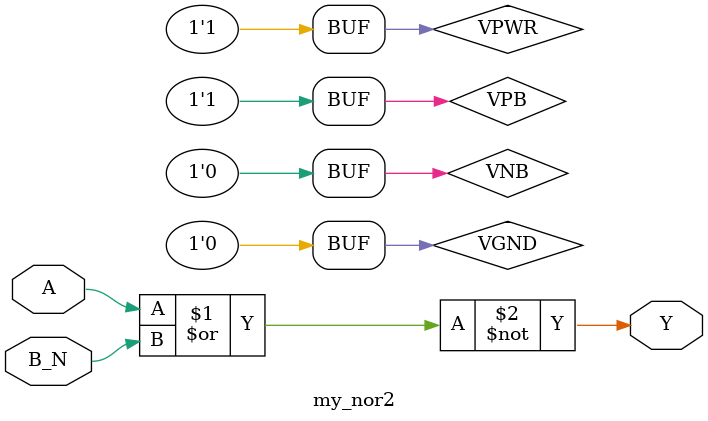
<source format=v>
module my_nor2 (
    Y  ,
    A  ,
    B_N
);

    output Y  ;
    input  A  ;
    input  B_N;

    // Voltage supply signals
    supply1 VPWR;
    supply0 VGND;
    supply1 VPB ;
    supply0 VNB ;

    assign Y = ~(A | B_N);

endmodule
</source>
